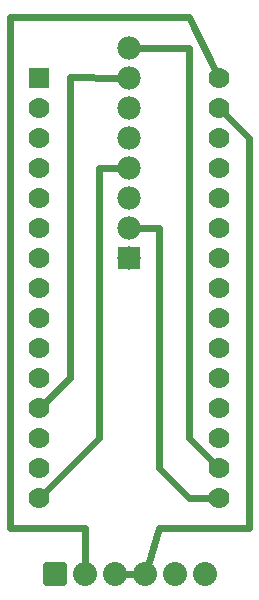
<source format=gtl>
G04 MADE WITH FRITZING*
G04 WWW.FRITZING.ORG*
G04 DOUBLE SIDED*
G04 HOLES PLATED*
G04 CONTOUR ON CENTER OF CONTOUR VECTOR*
%ASAXBY*%
%FSLAX23Y23*%
%MOIN*%
%OFA0B0*%
%SFA1.0B1.0*%
%ADD10C,0.070000*%
%ADD11C,0.078000*%
%ADD12C,0.080000*%
%ADD13R,0.069972X0.070000*%
%ADD14R,0.078000X0.078000*%
%ADD15C,0.024000*%
%ADD16C,0.020000*%
%LNCOPPER1*%
G90*
G70*
G54D10*
X179Y1729D03*
X179Y1629D03*
X179Y1529D03*
X179Y1429D03*
X179Y1329D03*
X179Y1229D03*
X179Y1129D03*
X179Y1029D03*
X179Y929D03*
X179Y829D03*
X179Y729D03*
X179Y629D03*
X179Y529D03*
X179Y429D03*
X179Y329D03*
X779Y1729D03*
X779Y1629D03*
X779Y1529D03*
X779Y1429D03*
X779Y1329D03*
X779Y1229D03*
X779Y1129D03*
X779Y1029D03*
X779Y929D03*
X779Y829D03*
X779Y729D03*
X779Y629D03*
X779Y529D03*
X779Y429D03*
X779Y329D03*
G54D11*
X479Y1129D03*
X479Y1229D03*
X479Y1329D03*
X479Y1429D03*
X479Y1529D03*
X479Y1629D03*
X479Y1729D03*
X479Y1829D03*
X479Y1129D03*
X479Y1229D03*
X479Y1329D03*
X479Y1429D03*
X479Y1529D03*
X479Y1629D03*
X479Y1729D03*
X479Y1829D03*
G54D12*
X231Y76D03*
X331Y76D03*
X431Y76D03*
X531Y76D03*
X631Y76D03*
X731Y76D03*
X231Y76D03*
X331Y76D03*
X431Y76D03*
X531Y76D03*
X631Y76D03*
X731Y76D03*
G54D13*
X179Y1729D03*
G54D14*
X479Y1129D03*
X479Y1129D03*
G54D15*
X500Y76D02*
X462Y76D01*
D02*
X379Y528D02*
X199Y349D01*
D02*
X379Y1427D02*
X379Y528D01*
D02*
X448Y1428D02*
X379Y1427D01*
D02*
X280Y728D02*
X280Y1730D01*
D02*
X199Y649D02*
X280Y728D01*
D02*
X280Y1730D02*
X448Y1729D01*
D02*
X677Y1828D02*
X677Y528D01*
D02*
X677Y528D02*
X758Y449D01*
D02*
X509Y1829D02*
X677Y1828D01*
D02*
X579Y429D02*
X677Y327D01*
D02*
X677Y327D02*
X749Y328D01*
D02*
X509Y1228D02*
X579Y1227D01*
D02*
X579Y1227D02*
X579Y429D01*
D02*
X579Y229D02*
X878Y229D01*
D02*
X878Y229D02*
X878Y1529D01*
D02*
X878Y1529D02*
X799Y1608D01*
D02*
X541Y105D02*
X579Y229D01*
D02*
X80Y229D02*
X80Y1930D01*
D02*
X80Y1930D02*
X677Y1930D01*
D02*
X677Y1930D02*
X765Y1755D01*
D02*
X331Y107D02*
X331Y229D01*
D02*
X331Y229D02*
X80Y229D01*
G54D16*
X201Y106D02*
X261Y106D01*
X261Y46D01*
X201Y46D01*
X201Y106D01*
D02*
X201Y106D02*
X261Y106D01*
X261Y46D01*
X201Y46D01*
X201Y106D01*
D02*
G04 End of Copper1*
M02*
</source>
